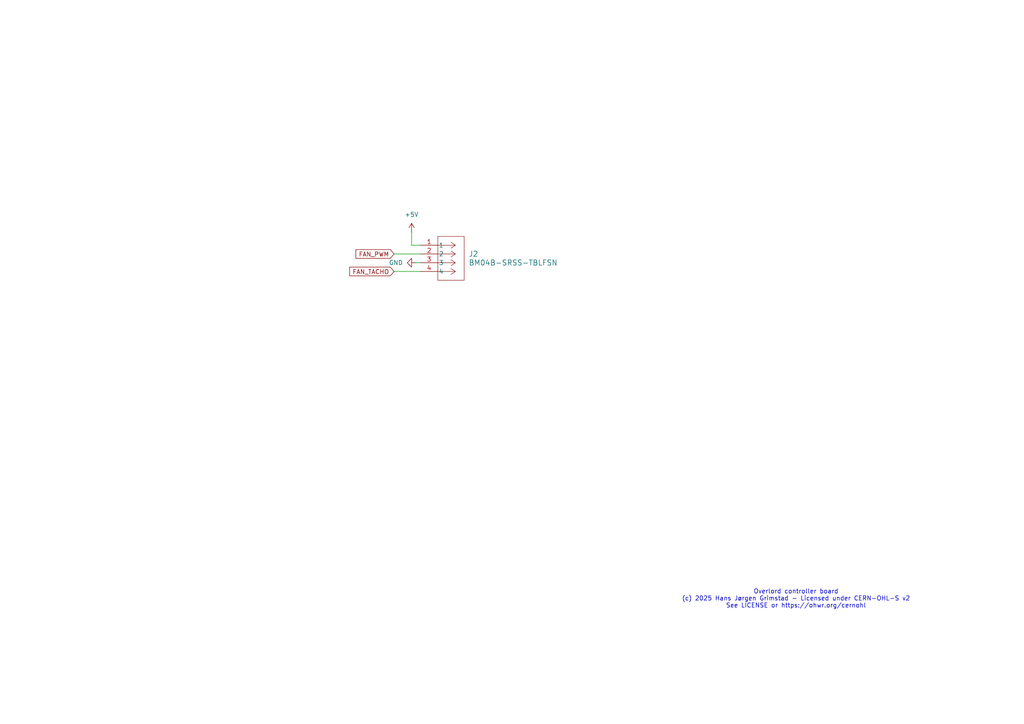
<source format=kicad_sch>
(kicad_sch (version 20231120) (generator "eeschema") (generator_version "8.0")
  (paper "A4")
  (title_block (title "Cooler"))
  (lib_symbols
    (symbol "TimeExpander_sym:BM04B-SRSS-TBLFSN" (pin_names (offset 0.254))
      (property "Reference" "J" (at 8.89 6.35 0))
      (property "Value" "BM04B-SRSS-TBLFSN" (at 0 0 0))
      (symbol "BM04B-SRSS-TBLFSN_1_1"
        (polyline (pts (xy 5.08 -10.16) (xy 12.7 -10.16)) (stroke (width 0.127)))
        (polyline (pts (xy 5.08 2.54) (xy 5.08 -10.16)) (stroke (width 0.127)))
        (polyline (pts (xy 10.16 -7.62) (xy 5.08 -7.62)) (stroke (width 0.127)))
        (polyline (pts (xy 10.16 -7.62) (xy 8.89 -8.4667)) (stroke (width 0.127)))
        (polyline (pts (xy 10.16 -7.62) (xy 8.89 -6.7733)) (stroke (width 0.127)))
        (polyline (pts (xy 10.16 -5.08) (xy 5.08 -5.08)) (stroke (width 0.127)))
        (polyline (pts (xy 10.16 -5.08) (xy 8.89 -5.9267)) (stroke (width 0.127)))
        (polyline (pts (xy 10.16 -5.08) (xy 8.89 -4.2333)) (stroke (width 0.127)))
        (polyline (pts (xy 10.16 -2.54) (xy 5.08 -2.54)) (stroke (width 0.127)))
        (polyline (pts (xy 10.16 -2.54) (xy 8.89 -3.3867)) (stroke (width 0.127)))
        (polyline (pts (xy 10.16 -2.54) (xy 8.89 -1.6933)) (stroke (width 0.127)))
        (polyline (pts (xy 10.16 0) (xy 5.08 0)) (stroke (width 0.127)))
        (polyline (pts (xy 10.16 0) (xy 8.89 -0.8467)) (stroke (width 0.127)))
        (polyline (pts (xy 10.16 0) (xy 8.89 0.8467)) (stroke (width 0.127)))
        (polyline (pts (xy 12.7 -10.16) (xy 12.7 2.54)) (stroke (width 0.127)))
        (polyline (pts (xy 12.7 2.54) (xy 5.08 2.54)) (stroke (width 0.127)))
        (pin unspecified line (at 0 0 0) (length 5.08) (name "1") (number "1"))
        (pin unspecified line (at 0 -2.54 0) (length 5.08) (name "2") (number "2"))
        (pin unspecified line (at 0 -5.08 0) (length 5.08) (name "3") (number "3"))
        (pin unspecified line (at 0 -7.62 0) (length 5.08) (name "4") (number "4"))
      )
      (symbol "BM04B-SRSS-TBLFSN_1_2"
        (polyline (pts (xy 5.08 -10.16) (xy 12.7 -10.16)) (stroke (width 0.127)))
        (polyline (pts (xy 5.08 2.54) (xy 5.08 -10.16)) (stroke (width 0.127)))
        (polyline (pts (xy 7.62 -7.62) (xy 5.08 -7.62)) (stroke (width 0.127)))
        (polyline (pts (xy 7.62 -7.62) (xy 8.89 -8.4667)) (stroke (width 0.127)))
        (polyline (pts (xy 7.62 -7.62) (xy 8.89 -6.7733)) (stroke (width 0.127)))
        (polyline (pts (xy 7.62 -5.08) (xy 5.08 -5.08)) (stroke (width 0.127)))
        (polyline (pts (xy 7.62 -5.08) (xy 8.89 -5.9267)) (stroke (width 0.127)))
        (polyline (pts (xy 7.62 -5.08) (xy 8.89 -4.2333)) (stroke (width 0.127)))
        (polyline (pts (xy 7.62 -2.54) (xy 5.08 -2.54)) (stroke (width 0.127)))
        (polyline (pts (xy 7.62 -2.54) (xy 8.89 -3.3867)) (stroke (width 0.127)))
        (polyline (pts (xy 7.62 -2.54) (xy 8.89 -1.6933)) (stroke (width 0.127)))
        (polyline (pts (xy 7.62 0) (xy 5.08 0)) (stroke (width 0.127)))
        (polyline (pts (xy 7.62 0) (xy 8.89 -0.8467)) (stroke (width 0.127)))
        (polyline (pts (xy 7.62 0) (xy 8.89 0.8467)) (stroke (width 0.127)))
        (polyline (pts (xy 12.7 -10.16) (xy 12.7 2.54)) (stroke (width 0.127)))
        (polyline (pts (xy 12.7 2.54) (xy 5.08 2.54)) (stroke (width 0.127)))
        (pin unspecified line (at 0 0 0) (length 5.08) (name "1") (number "1"))
        (pin unspecified line (at 0 -2.54 0) (length 5.08) (name "2") (number "2"))
        (pin unspecified line (at 0 -5.08 0) (length 5.08) (name "3") (number "3"))
        (pin unspecified line (at 0 -7.62 0) (length 5.08) (name "4") (number "4"))
      )
    )
    (symbol "power:+5V" (power) (pin_numbers hide) (pin_names (offset 0) hide)
      (property "Value" "+5V" (at 0 3.556 0))
      (symbol "+5V_0_1"
        (polyline (pts (xy -0.762 1.27) (xy 0 2.54)))
        (polyline (pts (xy 0 0) (xy 0 2.54)))
        (polyline (pts (xy 0 2.54) (xy 0.762 1.27)))
      )
      (symbol "+5V_1_1"
        (pin power_in line (at 0 0 90) (length 0) (name "~") (number "1"))
      )
    )
    (symbol "power:GND" (power) (pin_numbers hide) (pin_names (offset 0) hide)
      (property "Value" "GND" (at 0 -3.81 0))
      (symbol "GND_0_1"
        (polyline (pts (xy 0 0) (xy 0 -1.27) (xy 1.27 -1.27) (xy 0 -2.54) (xy -1.27 -1.27) (xy 0 -1.27)))
      )
      (symbol "GND_1_1"
        (pin power_in line (at 0 0 270) (length 0) (name "~") (number "1"))
      )
    )
  )
  (wire (pts (xy 114.3 73.66) (xy 121.92 73.66)))
  (wire (pts (xy 114.3 78.74) (xy 121.92 78.74)))
  (wire (pts (xy 120.65 76.2) (xy 121.92 76.2)))
  (wire (pts (xy 119.38 71.12) (xy 121.92 71.12)))
  (wire (pts (xy 119.38 67.31) (xy 119.38 71.12)))
  (text "Overlord controller board\n(c) 2025 Hans Jørgen Grimstad - Licensed under CERN-OHL-S v2\nSee LICENSE or https://ohwr.org/cernohl" (at 230.886 173.736 0) (effects (font (size 1.27 1.27))))
  (global_label "FAN_TACHO" (shape input) (at 114.3 78.74 180) (property "Intersheetrefs" "${INTERSHEET_REFS}" (effects (hide yes))))
  (global_label "FAN_PWM" (shape input) (at 114.3 73.66 180) (property "Intersheetrefs" "${INTERSHEET_REFS}" (effects (hide yes))))
  (symbol (lib_id "power:GND") (at 120.65 76.2 270) (unit 1)
    (property "Reference" "#PWR034" (effects (hide yes)))
    (property "Value" "GND" (at 116.8785 76.1999 90) (effects (justify right)))
    (property "Description" "Power symbol creates a global label with name \"GND\" , ground" (effects (hide yes)))
  )
  (symbol (lib_id "TimeExpander_sym:BM04B-SRSS-TBLFSN") (at 121.92 71.12 0) (unit 1)
    (property "Reference" "J2" (at 135.89 73.6599 0) (effects (font (size 1.524 1.524)) (justify left)))
    (property "Value" "BM04B-SRSS-TBLFSN" (at 135.89 76.1999 0) (effects (font (size 1.524 1.524)) (justify left)))
    (property "Footprint" "TimeExpander:CONN4_BM04B-SRSS_JST" (effects (hide yes)))
    (property "Datasheet" "BM04B-SRSS-TBLFSN" (effects (hide yes)))
  )
  (symbol (lib_id "power:+5V") (at 119.38 67.31 0) (unit 1)
    (property "Reference" "#PWR022" (effects (hide yes)))
    (property "Value" "+5V" (at 119.38 62.23 0))
    (property "Description" "Power symbol creates a global label with name \"+5V\"" (effects (hide yes)))
  )
)
</source>
